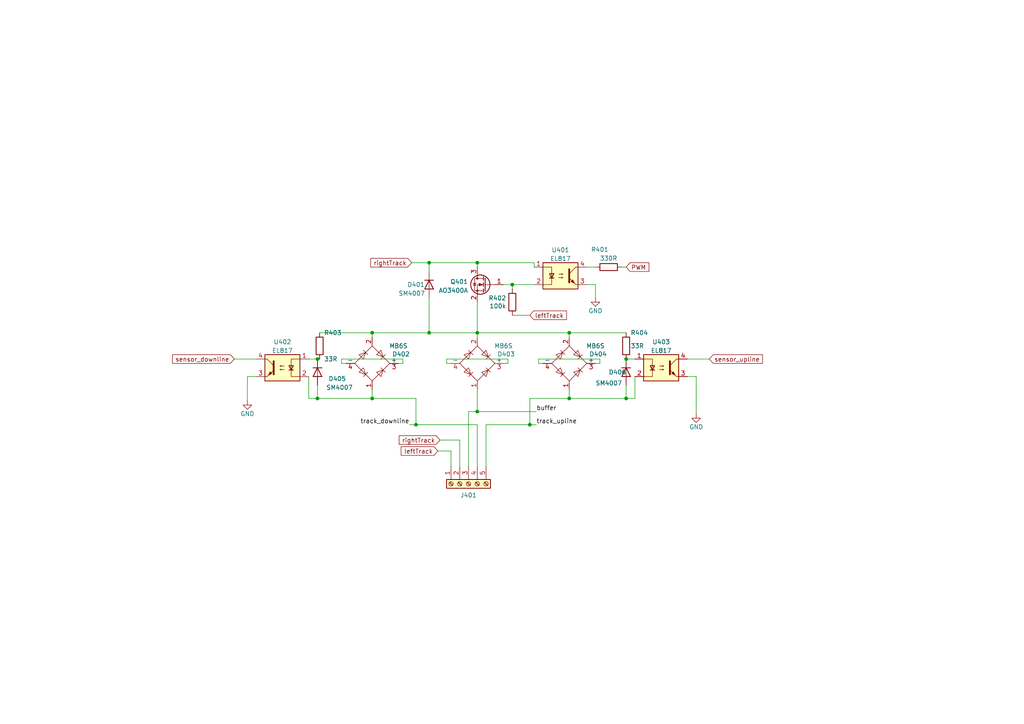
<source format=kicad_sch>
(kicad_sch (version 20211123) (generator eeschema)
  (paper "A4")
  (lib_symbols
    (symbol "Connector:Screw_Terminal_01x05" (pin_names (offset 1.016) hide)
      (property "Reference" "J" (at 0 7.62 0))
      (property "Value" "Screw_Terminal_01x05" (at 0 -7.62 0))
      (symbol "Screw_Terminal_01x05_1_1"
        (rectangle (start -1.27 6.35) (end 1.27 -6.35) (stroke (width 0.254)) (fill (type background)))
        (circle (center 0 -5.08) (radius 0.635) (stroke (width 0.1524)))
        (circle (center 0 -2.54) (radius 0.635) (stroke (width 0.1524)))
        (polyline (pts (xy -0.5334 -4.7498) (xy 0.3302 -5.588)) (stroke (width 0.1524)))
        (polyline (pts (xy -0.5334 -2.2098) (xy 0.3302 -3.048)) (stroke (width 0.1524)))
        (polyline (pts (xy -0.5334 0.3302) (xy 0.3302 -0.508)) (stroke (width 0.1524)))
        (polyline (pts (xy -0.5334 2.8702) (xy 0.3302 2.032)) (stroke (width 0.1524)))
        (polyline (pts (xy -0.5334 5.4102) (xy 0.3302 4.572)) (stroke (width 0.1524)))
        (polyline (pts (xy -0.3556 -4.572) (xy 0.508 -5.4102)) (stroke (width 0.1524)))
        (polyline (pts (xy -0.3556 -2.032) (xy 0.508 -2.8702)) (stroke (width 0.1524)))
        (polyline (pts (xy -0.3556 0.508) (xy 0.508 -0.3302)) (stroke (width 0.1524)))
        (polyline (pts (xy -0.3556 3.048) (xy 0.508 2.2098)) (stroke (width 0.1524)))
        (polyline (pts (xy -0.3556 5.588) (xy 0.508 4.7498)) (stroke (width 0.1524)))
        (circle (center 0 0) (radius 0.635) (stroke (width 0.1524)))
        (circle (center 0 2.54) (radius 0.635) (stroke (width 0.1524)))
        (circle (center 0 5.08) (radius 0.635) (stroke (width 0.1524)))
        (pin passive line (at -5.08 5.08 0) (length 3.81) (name "Pin_1") (number "1"))
        (pin passive line (at -5.08 2.54 0) (length 3.81) (name "Pin_2") (number "2"))
        (pin passive line (at -5.08 0 0) (length 3.81) (name "Pin_3") (number "3"))
        (pin passive line (at -5.08 -2.54 0) (length 3.81) (name "Pin_4") (number "4"))
        (pin passive line (at -5.08 -5.08 0) (length 3.81) (name "Pin_5") (number "5"))
      )
    )
    (symbol "Device:R" (pin_numbers hide) (pin_names (offset 0))
      (property "Reference" "R" (at 2.032 0 90))
      (property "Value" "R" (at 0 0 90))
      (symbol "R_0_1"
        (rectangle (start -1.016 -2.54) (end 1.016 2.54) (stroke (width 0.254)))
      )
      (symbol "R_1_1"
        (pin passive line (at 0 3.81 270) (length 1.27) (name "~") (number "1"))
        (pin passive line (at 0 -3.81 90) (length 1.27) (name "~") (number "2"))
      )
    )
    (symbol "Diode:SM4007" (pin_numbers hide) (pin_names (offset 1.016) hide)
      (property "Reference" "D" (at 0 2.54 0))
      (property "Value" "SM4007" (at 0 -2.54 0))
      (symbol "SM4007_0_1"
        (polyline (pts (xy -1.27 1.27) (xy -1.27 -1.27)) (stroke (width 0.254)))
        (polyline (pts (xy 1.27 0) (xy -1.27 0)))
        (polyline (pts (xy 1.27 1.27) (xy 1.27 -1.27) (xy -1.27 0) (xy 1.27 1.27)) (stroke (width 0.254)))
      )
      (symbol "SM4007_1_1"
        (pin passive line (at -3.81 0 0) (length 2.54) (name "K") (number "1"))
        (pin passive line (at 3.81 0 180) (length 2.54) (name "A") (number "2"))
      )
    )
    (symbol "Diode_Bridge:MB6S" (pin_names (offset 0))
      (property "Reference" "D" (at 2.54 6.985 0))
      (property "Value" "MB6S" (at 2.54 5.08 0))
      (symbol "MB6S_0_1"
        (polyline (pts (xy -2.54 3.81) (xy -1.27 2.54)))
        (polyline (pts (xy -1.27 -2.54) (xy -2.54 -3.81)))
        (polyline (pts (xy 2.54 -1.27) (xy 3.81 -2.54)))
        (polyline (pts (xy 2.54 1.27) (xy 3.81 2.54)))
        (polyline (pts (xy -3.81 2.54) (xy -2.54 1.27) (xy -1.905 3.175) (xy -3.81 2.54)))
        (polyline (pts (xy -2.54 -1.27) (xy -3.81 -2.54) (xy -1.905 -3.175) (xy -2.54 -1.27)))
        (polyline (pts (xy 1.27 2.54) (xy 2.54 3.81) (xy 3.175 1.905) (xy 1.27 2.54)))
        (polyline (pts (xy 3.175 -1.905) (xy 1.27 -2.54) (xy 2.54 -3.81) (xy 3.175 -1.905)))
        (polyline (pts (xy -5.08 0) (xy 0 -5.08) (xy 5.08 0) (xy 0 5.08) (xy -5.08 0)))
      )
      (symbol "MB6S_1_1"
        (pin passive line (at 0 -7.62 90) (length 2.54) (name "~") (number "1"))
        (pin passive line (at 0 7.62 270) (length 2.54) (name "~") (number "2"))
        (pin passive line (at 7.62 0 180) (length 2.54) (name "+") (number "3"))
        (pin passive line (at -7.62 0 0) (length 2.54) (name "-") (number "4"))
      )
    )
    (symbol "Isolator:EL817" (pin_names (offset 1.016))
      (property "Reference" "U" (at -5.08 5.08 0))
      (property "Value" "EL817" (at 0 5.08 0))
      (symbol "EL817_0_1"
        (rectangle (start -5.08 3.81) (end 5.08 -3.81) (stroke (width 0.254)) (fill (type background)))
        (polyline (pts (xy -3.175 -0.635) (xy -1.905 -0.635)) (stroke (width 0.254)))
        (polyline (pts (xy 2.54 0.635) (xy 4.445 2.54)))
        (polyline (pts (xy 4.445 -2.54) (xy 2.54 -0.635)) (fill (type outline)))
        (polyline (pts (xy 4.445 -2.54) (xy 5.08 -2.54)))
        (polyline (pts (xy 4.445 2.54) (xy 5.08 2.54)))
        (polyline (pts (xy -5.08 2.54) (xy -2.54 2.54) (xy -2.54 -0.635)))
        (polyline (pts (xy -2.54 -0.635) (xy -2.54 -2.54) (xy -5.08 -2.54)))
        (polyline (pts (xy 2.54 1.905) (xy 2.54 -1.905) (xy 2.54 -1.905)) (stroke (width 0.508)))
        (polyline (pts (xy -2.54 -0.635) (xy -3.175 0.635) (xy -1.905 0.635) (xy -2.54 -0.635)) (stroke (width 0.254)))
        (polyline (pts (xy -0.508 -0.508) (xy 0.762 -0.508) (xy 0.381 -0.635) (xy 0.381 -0.381) (xy 0.762 -0.508)))
        (polyline (pts (xy -0.508 0.508) (xy 0.762 0.508) (xy 0.381 0.381) (xy 0.381 0.635) (xy 0.762 0.508)))
        (polyline (pts (xy 3.048 -1.651) (xy 3.556 -1.143) (xy 4.064 -2.159) (xy 3.048 -1.651) (xy 3.048 -1.651)) (fill (type outline)))
      )
      (symbol "EL817_1_1"
        (pin passive line (at -7.62 2.54 0) (length 2.54) (name "~") (number "1"))
        (pin passive line (at -7.62 -2.54 0) (length 2.54) (name "~") (number "2"))
        (pin passive line (at 7.62 -2.54 180) (length 2.54) (name "~") (number "3"))
        (pin passive line (at 7.62 2.54 180) (length 2.54) (name "~") (number "4"))
      )
    )
    (symbol "Transistor_FET:AO3400A" (pin_names hide)
      (property "Reference" "Q" (at 5.08 1.905 0))
      (property "Value" "AO3400A" (at 5.08 0 0))
      (symbol "AO3400A_0_1"
        (polyline (pts (xy 0.254 0) (xy -2.54 0)))
        (polyline (pts (xy 0.254 1.905) (xy 0.254 -1.905)) (stroke (width 0.254)))
        (polyline (pts (xy 0.762 -1.27) (xy 0.762 -2.286)) (stroke (width 0.254)))
        (polyline (pts (xy 0.762 0.508) (xy 0.762 -0.508)) (stroke (width 0.254)))
        (polyline (pts (xy 0.762 2.286) (xy 0.762 1.27)) (stroke (width 0.254)))
        (polyline (pts (xy 2.54 2.54) (xy 2.54 1.778)))
        (polyline (pts (xy 2.54 -2.54) (xy 2.54 0) (xy 0.762 0)))
        (polyline (pts (xy 0.762 -1.778) (xy 3.302 -1.778) (xy 3.302 1.778) (xy 0.762 1.778)))
        (polyline (pts (xy 1.016 0) (xy 2.032 0.381) (xy 2.032 -0.381) (xy 1.016 0)) (fill (type outline)))
        (polyline (pts (xy 2.794 0.508) (xy 2.921 0.381) (xy 3.683 0.381) (xy 3.81 0.254)))
        (polyline (pts (xy 3.302 0.381) (xy 2.921 -0.254) (xy 3.683 -0.254) (xy 3.302 0.381)))
        (circle (center 1.651 0) (radius 2.794) (stroke (width 0.254)))
        (circle (center 2.54 -1.778) (radius 0.254) (fill (type outline)))
        (circle (center 2.54 1.778) (radius 0.254) (fill (type outline)))
      )
      (symbol "AO3400A_1_1"
        (pin input line (at -5.08 0 0) (length 2.54) (name "G") (number "1"))
        (pin passive line (at 2.54 -5.08 90) (length 2.54) (name "S") (number "2"))
        (pin passive line (at 2.54 5.08 270) (length 2.54) (name "D") (number "3"))
      )
    )
    (symbol "power:GND" (power) (pin_names (offset 0))
      (property "Value" "GND" (at 0 -3.81 0))
      (symbol "GND_0_1"
        (polyline (pts (xy 0 0) (xy 0 -1.27) (xy 1.27 -1.27) (xy 0 -2.54) (xy -1.27 -1.27) (xy 0 -1.27)))
      )
      (symbol "GND_1_1"
        (pin power_in line (at 0 0 270) (length 0) hide (name "GND") (number "1"))
      )
    )
  )
  (junction (at 124.46 96.52))
  (junction (at 107.95 115.57))
  (junction (at 138.43 96.52))
  (junction (at 148.59 82.55))
  (junction (at 181.61 115.57))
  (junction (at 181.61 104.14))
  (junction (at 92.075 115.57))
  (junction (at 165.1 96.52))
  (junction (at 153.67 123.19))
  (junction (at 92.075 104.14))
  (junction (at 120.65 123.19))
  (junction (at 138.43 119.38))
  (junction (at 165.1 115.57))
  (junction (at 124.46 76.2))
  (junction (at 138.43 76.2))
  (junction (at 107.95 96.52))
  (wire (pts (xy 138.43 113.03) (xy 138.43 119.38)))
  (wire (pts (xy 138.43 119.38) (xy 155.575 119.38)))
  (wire (pts (xy 153.67 123.19) (xy 155.575 123.19)))
  (wire (pts (xy 156.21 104.14) (xy 156.21 105.41)))
  (wire (pts (xy 184.15 109.22) (xy 184.15 115.57)))
  (wire (pts (xy 138.43 96.52) (xy 138.43 97.79)))
  (wire (pts (xy 146.05 105.41) (xy 147.32 105.41)))
  (wire (pts (xy 71.755 109.22) (xy 71.755 116.205)))
  (wire (pts (xy 124.46 76.2) (xy 124.46 78.74)))
  (wire (pts (xy 147.32 105.41) (xy 147.32 104.14)))
  (wire (pts (xy 153.67 115.57) (xy 153.67 123.19)))
  (wire (pts (xy 89.535 109.22) (xy 89.535 115.57)))
  (wire (pts (xy 124.46 96.52) (xy 138.43 96.52)))
  (wire (pts (xy 120.65 115.57) (xy 120.65 123.19)))
  (wire (pts (xy 133.35 127.635) (xy 133.35 135.255)))
  (wire (pts (xy 118.745 123.19) (xy 120.65 123.19)))
  (wire (pts (xy 99.06 105.41) (xy 100.33 105.41)))
  (wire (pts (xy 181.61 115.57) (xy 181.61 111.76)))
  (wire (pts (xy 165.1 115.57) (xy 153.67 115.57)))
  (wire (pts (xy 148.59 82.55) (xy 154.94 82.55)))
  (wire (pts (xy 140.97 123.19) (xy 140.97 135.255)))
  (wire (pts (xy 92.075 104.14) (xy 92.71 104.14)))
  (wire (pts (xy 147.32 104.14) (xy 129.54 104.14)))
  (wire (pts (xy 172.72 82.55) (xy 172.72 86.36)))
  (wire (pts (xy 138.43 123.19) (xy 120.65 123.19)))
  (wire (pts (xy 124.46 76.2) (xy 138.43 76.2)))
  (wire (pts (xy 138.43 135.255) (xy 138.43 123.19)))
  (wire (pts (xy 124.46 86.36) (xy 124.46 96.52)))
  (wire (pts (xy 165.1 113.03) (xy 165.1 115.57)))
  (wire (pts (xy 199.39 109.22) (xy 201.93 109.22)))
  (wire (pts (xy 165.1 96.52) (xy 165.1 97.79)))
  (wire (pts (xy 107.95 96.52) (xy 107.95 97.79)))
  (wire (pts (xy 170.18 77.47) (xy 172.72 77.47)))
  (wire (pts (xy 116.84 105.41) (xy 116.84 104.14)))
  (wire (pts (xy 92.71 96.52) (xy 107.95 96.52)))
  (wire (pts (xy 119.38 76.2) (xy 124.46 76.2)))
  (wire (pts (xy 138.43 87.63) (xy 138.43 96.52)))
  (wire (pts (xy 127 130.81) (xy 130.81 130.81)))
  (wire (pts (xy 138.43 96.52) (xy 165.1 96.52)))
  (wire (pts (xy 146.05 82.55) (xy 148.59 82.55)))
  (wire (pts (xy 138.43 76.2) (xy 138.43 77.47)))
  (wire (pts (xy 89.535 104.14) (xy 92.075 104.14)))
  (wire (pts (xy 92.075 115.57) (xy 107.95 115.57)))
  (wire (pts (xy 92.075 111.76) (xy 92.075 115.57)))
  (wire (pts (xy 107.95 113.03) (xy 107.95 115.57)))
  (wire (pts (xy 138.43 76.2) (xy 154.94 76.2)))
  (wire (pts (xy 173.99 105.41) (xy 173.99 104.14)))
  (wire (pts (xy 129.54 105.41) (xy 130.81 105.41)))
  (wire (pts (xy 165.1 96.52) (xy 181.61 96.52)))
  (wire (pts (xy 127.635 127.635) (xy 133.35 127.635)))
  (wire (pts (xy 184.15 115.57) (xy 181.61 115.57)))
  (wire (pts (xy 135.89 119.38) (xy 135.89 135.255)))
  (wire (pts (xy 181.61 77.47) (xy 180.34 77.47)))
  (wire (pts (xy 129.54 104.14) (xy 129.54 105.41)))
  (wire (pts (xy 156.21 105.41) (xy 157.48 105.41)))
  (wire (pts (xy 148.59 91.44) (xy 153.67 91.44)))
  (wire (pts (xy 173.99 104.14) (xy 156.21 104.14)))
  (wire (pts (xy 74.295 104.14) (xy 67.945 104.14)))
  (wire (pts (xy 154.94 76.2) (xy 154.94 77.47)))
  (wire (pts (xy 115.57 105.41) (xy 116.84 105.41)))
  (wire (pts (xy 135.89 119.38) (xy 138.43 119.38)))
  (wire (pts (xy 140.97 123.19) (xy 153.67 123.19)))
  (wire (pts (xy 99.06 105.41) (xy 99.06 104.14)))
  (wire (pts (xy 148.59 82.55) (xy 148.59 83.82)))
  (wire (pts (xy 199.39 104.14) (xy 205.74 104.14)))
  (wire (pts (xy 130.81 130.81) (xy 130.81 135.255)))
  (wire (pts (xy 165.1 115.57) (xy 181.61 115.57)))
  (wire (pts (xy 107.95 115.57) (xy 120.65 115.57)))
  (wire (pts (xy 201.93 120.015) (xy 201.93 109.22)))
  (wire (pts (xy 170.18 82.55) (xy 172.72 82.55)))
  (wire (pts (xy 71.755 109.22) (xy 74.295 109.22)))
  (wire (pts (xy 99.06 104.14) (xy 116.84 104.14)))
  (wire (pts (xy 107.95 96.52) (xy 124.46 96.52)))
  (wire (pts (xy 181.61 104.14) (xy 184.15 104.14)))
  (wire (pts (xy 89.535 115.57) (xy 92.075 115.57)))
  (wire (pts (xy 172.72 105.41) (xy 173.99 105.41)))
  (label "buffer" (at 155.575 119.38 0))
  (label "track_downline" (at 118.745 123.19 180))
  (label "track_upline" (at 155.575 123.19 0))
  (global_label "PWM" (shape input) (at 181.61 77.47 0) (property "Intersheet References" "${INTERSHEET_REFS}" (effects hide)))
  (global_label "sensor_downline" (shape input) (at 67.945 104.14 180) (property "Intersheet References" "${INTERSHEET_REFS}" (effects hide)))
  (global_label "rightTrack" (shape input) (at 127.635 127.635 180) (property "Intersheet References" "${INTERSHEET_REFS}" (effects hide)))
  (global_label "sensor_upline" (shape input) (at 205.74 104.14 0) (property "Intersheet References" "${INTERSHEET_REFS}" (effects hide)))
  (global_label "leftTrack" (shape input) (at 153.67 91.44 0) (property "Intersheet References" "${INTERSHEET_REFS}" (effects hide)))
  (global_label "leftTrack" (shape input) (at 127 130.81 180) (property "Intersheet References" "${INTERSHEET_REFS}" (effects hide)))
  (global_label "rightTrack" (shape input) (at 119.38 76.2 180) (property "Intersheet References" "${INTERSHEET_REFS}" (effects hide)))
  (symbol (lib_id "Connector:Screw_Terminal_01x05") (at 135.89 140.335 90) (mirror x) (unit 1)
    (property "Reference" "J401" (at 135.89 143.6354 90))
    (property "Value" "tracks" (effects hide))
    (property "Footprint" "TerminalBlock_Phoenix:TerminalBlock_Phoenix_MKDS-1,5-5-5.08_1x05_P5.08mm_Horizontal" (effects hide))
  )
  (symbol (lib_id "Diode:SM4007") (at 124.46 82.55 270) (unit 1)
    (property "Reference" "D401" (at 118.11 82.55 90) (effects (justify left)))
    (property "Value" "SM4007" (at 115.57 85.09 90) (effects (justify left)))
    (property "Footprint" "Diode_SMD:D_SOD-123F" (effects hide))
    (property "Datasheet" "http://cdn-reichelt.de/documents/datenblatt/A400/SMD1N400%23DIO.pdf" (effects hide))
    (property "JLCPCB Part#" "C64898" (effects hide))
  )
  (symbol (lib_id "Diode:SM4007") (at 181.61 107.95 270) (unit 1)
    (property "Reference" "D406" (at 176.53 107.95 90) (effects (justify left)))
    (property "Value" "SM4007" (at 172.72 111.125 90) (effects (justify left)))
    (property "Footprint" "Diode_SMD:D_SOD-123F" (effects hide))
    (property "Datasheet" "http://cdn-reichelt.de/documents/datenblatt/A400/SMD1N400%23DIO.pdf" (effects hide))
    (property "JLCPCB Part#" "C64898" (effects hide))
  )
  (symbol (lib_id "power:GND") (at 201.93 120.015 0) (unit 1)
    (property "Reference" "#PWR0403" (effects hide))
    (property "Value" "GND" (at 201.93 123.825 0))
  )
  (symbol (lib_id "Isolator:EL817") (at 81.915 106.68 0) (mirror y) (unit 1)
    (property "Reference" "U402" (at 81.915 99.1702 0))
    (property "Value" "EL817" (at 81.915 101.7071 0))
    (property "Footprint" "Package_DIP:SMDIP-4_W9.53mm" (effects hide))
    (property "Datasheet" "http://www.everlight.com/file/ProductFile/EL817.pdf" (effects hide))
    (property "JLCPCB Part#" "C106900" (effects hide))
  )
  (symbol (lib_id "Device:R") (at 148.59 87.63 0) (mirror y) (unit 1)
    (property "Reference" "R402" (at 146.812 86.4616 0) (effects (justify left)))
    (property "Value" "100k" (at 146.812 88.773 0) (effects (justify left)))
    (property "Footprint" "Resistor_SMD:R_0805_2012Metric_Pad1.20x1.40mm_HandSolder" (effects hide))
    (property "JLCPCB Part#" "C149504" (effects hide))
  )
  (symbol (lib_id "power:GND") (at 172.72 86.36 0) (mirror y) (unit 1)
    (property "Reference" "#PWR0401" (effects hide))
    (property "Value" "GND" (at 172.72 90.17 0))
  )
  (symbol (lib_id "Transistor_FET:AO3400A") (at 140.97 82.55 0) (mirror y) (unit 1)
    (property "Reference" "Q401" (at 135.7631 81.7153 0) (effects (justify left)))
    (property "Value" "AO3400A" (at 135.7631 84.2522 0) (effects (justify left)))
    (property "Footprint" "Package_TO_SOT_SMD:SOT-23" (effects hide))
    (property "Datasheet" "http://www.aosmd.com/pdfs/datasheet/AO3400A.pdf" (effects hide))
    (property "JLCPCB Part#" "C20917" (effects hide))
  )
  (symbol (lib_id "Isolator:EL817") (at 162.56 80.01 0) (unit 1)
    (property "Reference" "U401" (at 162.56 72.5002 0))
    (property "Value" "EL817" (at 162.56 75.0371 0))
    (property "Footprint" "Package_DIP:SMDIP-4_W9.53mm" (effects hide))
    (property "Datasheet" "http://www.everlight.com/file/ProductFile/EL817.pdf" (effects hide))
    (property "JLCPCB Part#" "C106900" (effects hide))
  )
  (symbol (lib_id "Isolator:EL817") (at 191.77 106.68 0) (unit 1)
    (property "Reference" "U403" (at 191.77 99.1702 0))
    (property "Value" "EL817" (at 191.77 101.7071 0))
    (property "Footprint" "Package_DIP:SMDIP-4_W9.53mm" (effects hide))
    (property "Datasheet" "http://www.everlight.com/file/ProductFile/EL817.pdf" (effects hide))
    (property "JLCPCB Part#" "C106900" (effects hide))
  )
  (symbol (lib_id "Device:R") (at 176.53 77.47 90) (unit 1)
    (property "Reference" "R401" (at 176.53 72.39 90) (effects (justify left)))
    (property "Value" "330R" (at 179.07 74.93 90) (effects (justify left)))
    (property "Footprint" "Resistor_SMD:R_0805_2012Metric_Pad1.20x1.40mm_HandSolder" (effects hide))
    (property "JLCPCB Part#" "C17630" (effects hide))
  )
  (symbol (lib_id "power:GND") (at 71.755 116.205 0) (unit 1)
    (property "Reference" "#PWR0402" (effects hide))
    (property "Value" "GND" (at 71.755 120.015 0))
  )
  (symbol (lib_id "Device:R") (at 92.71 100.33 0) (unit 1)
    (property "Reference" "R403" (at 93.98 96.52 0) (effects (justify left)))
    (property "Value" "33R" (at 93.98 104.14 0) (effects (justify left)))
    (property "Footprint" "Resistor_SMD:R_0805_2012Metric_Pad1.20x1.40mm_HandSolder" (effects hide))
    (property "JLCPCB Part#" "C17634" (effects hide))
  )
  (symbol (lib_id "Diode:SM4007") (at 92.075 107.95 270) (unit 1)
    (property "Reference" "D405" (at 95.25 109.855 90) (effects (justify left)))
    (property "Value" "SM4007" (at 94.615 112.395 90) (effects (justify left)))
    (property "Footprint" "Diode_SMD:D_SOD-123F" (effects hide))
    (property "Datasheet" "http://cdn-reichelt.de/documents/datenblatt/A400/SMD1N400%23DIO.pdf" (effects hide))
    (property "JLCPCB Part#" "C64898" (effects hide))
  )
  (symbol (lib_id "Device:R") (at 181.61 100.33 0) (unit 1)
    (property "Reference" "R404" (at 182.88 96.52 0) (effects (justify left)))
    (property "Value" "33R" (at 182.88 100.33 0) (effects (justify left)))
    (property "Footprint" "Resistor_SMD:R_0805_2012Metric_Pad1.20x1.40mm_HandSolder" (effects hide))
    (property "JLCPCB Part#" "C17634" (effects hide))
  )
  (symbol (lib_id "Diode_Bridge:MB6S") (at 138.43 105.41 0) (unit 1)
    (property "Reference" "D403" (at 146.7946 102.7009 0))
    (property "Value" "MB6S" (at 146.05 100.33 0))
    (property "Footprint" "Package_TO_SOT_SMD:TO-269AA" (effects hide))
    (property "Datasheet" "http://www.vishay.com/docs/88573/dfs.pdf" (effects hide))
    (property "JLCPCB Part#" "C2488" (effects hide))
  )
  (symbol (lib_id "Diode_Bridge:MB6S") (at 107.95 105.41 0) (unit 1)
    (property "Reference" "D402" (at 116.3146 102.7009 0))
    (property "Value" "MB6S" (at 115.57 100.33 0))
    (property "Footprint" "Package_TO_SOT_SMD:TO-269AA" (effects hide))
    (property "Datasheet" "http://www.vishay.com/docs/88573/dfs.pdf" (effects hide))
    (property "JLCPCB Part#" "C2488" (effects hide))
  )
  (symbol (lib_id "Diode_Bridge:MB6S") (at 165.1 105.41 0) (unit 1)
    (property "Reference" "D404" (at 173.4646 102.7009 0))
    (property "Value" "MB6S" (at 172.72 100.33 0))
    (property "Footprint" "Package_TO_SOT_SMD:TO-269AA" (effects hide))
    (property "Datasheet" "http://www.vishay.com/docs/88573/dfs.pdf" (effects hide))
    (property "JLCPCB Part#" "C2488" (effects hide))
  )
)
</source>
